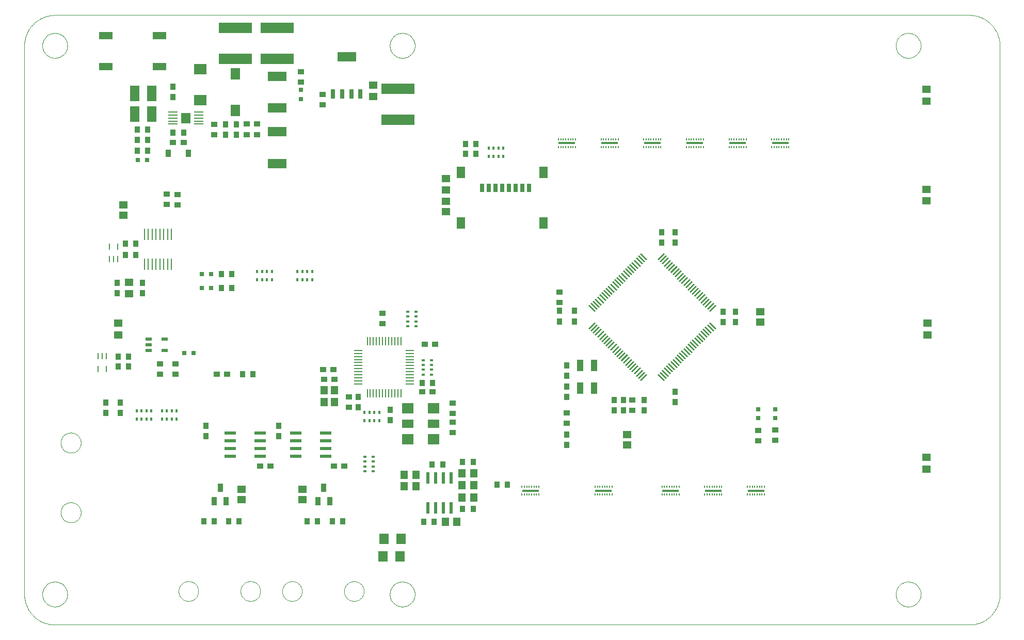
<source format=gtp>
G75*
%MOIN*%
%OFA0B0*%
%FSLAX24Y24*%
%IPPOS*%
%LPD*%
%AMOC8*
5,1,8,0,0,1.08239X$1,22.5*
%
%ADD10C,0.0000*%
%ADD11R,0.0405X0.0366*%
%ADD12R,0.0287X0.0287*%
%ADD13R,0.0366X0.0405*%
%ADD14R,0.0563X0.0484*%
%ADD15R,0.0080X0.0560*%
%ADD16R,0.0560X0.0080*%
%ADD17R,0.0567X0.0094*%
%ADD18R,0.0094X0.0567*%
%ADD19R,0.0563X0.0110*%
%ADD20R,0.0228X0.0169*%
%ADD21R,0.0169X0.0228*%
%ADD22R,0.0759X0.0681*%
%ADD23R,0.0759X0.0523*%
%ADD24R,0.0112X0.0752*%
%ADD25R,0.0752X0.0192*%
%ADD26R,0.1212X0.0641*%
%ADD27R,0.0405X0.0720*%
%ADD28R,0.0588X0.0088*%
%ADD29R,0.0592X0.0712*%
%ADD30R,0.2137X0.0700*%
%ADD31R,0.0641X0.0759*%
%ADD32R,0.0602X0.1035*%
%ADD33R,0.0302X0.0602*%
%ADD34R,0.1192X0.0602*%
%ADD35R,0.0838X0.0681*%
%ADD36R,0.0063X0.0181*%
%ADD37R,0.1074X0.0129*%
%ADD38R,0.0484X0.0563*%
%ADD39R,0.0192X0.0752*%
%ADD40R,0.0852X0.0462*%
%ADD41R,0.0112X0.0432*%
%ADD42R,0.0366X0.0523*%
%ADD43R,0.0602X0.0681*%
%ADD44R,0.0287X0.0563*%
%ADD45R,0.0543X0.0759*%
%ADD46R,0.0444X0.0189*%
%ADD47R,0.0330X0.0452*%
D10*
X020795Y017886D02*
X079850Y017886D01*
X079850Y017885D02*
X079936Y017887D01*
X080022Y017892D01*
X080107Y017902D01*
X080192Y017915D01*
X080276Y017932D01*
X080360Y017952D01*
X080442Y017976D01*
X080523Y018004D01*
X080604Y018035D01*
X080682Y018069D01*
X080759Y018107D01*
X080835Y018149D01*
X080908Y018193D01*
X080979Y018241D01*
X081049Y018292D01*
X081116Y018346D01*
X081180Y018402D01*
X081242Y018462D01*
X081302Y018524D01*
X081358Y018588D01*
X081412Y018655D01*
X081463Y018725D01*
X081511Y018796D01*
X081555Y018869D01*
X081597Y018945D01*
X081635Y019022D01*
X081669Y019100D01*
X081700Y019181D01*
X081728Y019262D01*
X081752Y019344D01*
X081772Y019428D01*
X081789Y019512D01*
X081802Y019597D01*
X081812Y019682D01*
X081817Y019768D01*
X081819Y019854D01*
X081819Y055287D01*
X081817Y055373D01*
X081812Y055459D01*
X081802Y055544D01*
X081789Y055629D01*
X081772Y055713D01*
X081752Y055797D01*
X081728Y055879D01*
X081700Y055960D01*
X081669Y056041D01*
X081635Y056119D01*
X081597Y056196D01*
X081555Y056272D01*
X081511Y056345D01*
X081463Y056416D01*
X081412Y056486D01*
X081358Y056553D01*
X081302Y056617D01*
X081242Y056679D01*
X081180Y056739D01*
X081116Y056795D01*
X081049Y056849D01*
X080979Y056900D01*
X080908Y056948D01*
X080835Y056992D01*
X080759Y057034D01*
X080682Y057072D01*
X080604Y057106D01*
X080523Y057137D01*
X080442Y057165D01*
X080360Y057189D01*
X080276Y057209D01*
X080192Y057226D01*
X080107Y057239D01*
X080022Y057249D01*
X079936Y057254D01*
X079850Y057256D01*
X020795Y057256D01*
X019988Y055287D02*
X019990Y055343D01*
X019996Y055399D01*
X020006Y055455D01*
X020019Y055509D01*
X020037Y055563D01*
X020058Y055615D01*
X020082Y055666D01*
X020111Y055715D01*
X020142Y055761D01*
X020177Y055806D01*
X020214Y055848D01*
X020255Y055887D01*
X020298Y055923D01*
X020344Y055956D01*
X020391Y055986D01*
X020441Y056012D01*
X020493Y056035D01*
X020546Y056055D01*
X020600Y056070D01*
X020655Y056082D01*
X020711Y056090D01*
X020767Y056094D01*
X020823Y056094D01*
X020879Y056090D01*
X020935Y056082D01*
X020990Y056070D01*
X021044Y056055D01*
X021097Y056035D01*
X021149Y056012D01*
X021198Y055986D01*
X021246Y055956D01*
X021292Y055923D01*
X021335Y055887D01*
X021376Y055848D01*
X021413Y055806D01*
X021448Y055761D01*
X021479Y055715D01*
X021508Y055666D01*
X021532Y055615D01*
X021553Y055563D01*
X021571Y055509D01*
X021584Y055455D01*
X021594Y055399D01*
X021600Y055343D01*
X021602Y055287D01*
X021600Y055231D01*
X021594Y055175D01*
X021584Y055119D01*
X021571Y055065D01*
X021553Y055011D01*
X021532Y054959D01*
X021508Y054908D01*
X021479Y054859D01*
X021448Y054813D01*
X021413Y054768D01*
X021376Y054726D01*
X021335Y054687D01*
X021292Y054651D01*
X021246Y054618D01*
X021199Y054588D01*
X021149Y054562D01*
X021097Y054539D01*
X021044Y054519D01*
X020990Y054504D01*
X020935Y054492D01*
X020879Y054484D01*
X020823Y054480D01*
X020767Y054480D01*
X020711Y054484D01*
X020655Y054492D01*
X020600Y054504D01*
X020546Y054519D01*
X020493Y054539D01*
X020441Y054562D01*
X020391Y054588D01*
X020344Y054618D01*
X020298Y054651D01*
X020255Y054687D01*
X020214Y054726D01*
X020177Y054768D01*
X020142Y054813D01*
X020111Y054859D01*
X020082Y054908D01*
X020058Y054959D01*
X020037Y055011D01*
X020019Y055065D01*
X020006Y055119D01*
X019996Y055175D01*
X019990Y055231D01*
X019988Y055287D01*
X018826Y055287D02*
X018828Y055373D01*
X018833Y055459D01*
X018843Y055544D01*
X018856Y055629D01*
X018873Y055713D01*
X018893Y055797D01*
X018917Y055879D01*
X018945Y055960D01*
X018976Y056041D01*
X019010Y056119D01*
X019048Y056196D01*
X019090Y056272D01*
X019134Y056345D01*
X019182Y056416D01*
X019233Y056486D01*
X019287Y056553D01*
X019343Y056617D01*
X019403Y056679D01*
X019465Y056739D01*
X019529Y056795D01*
X019596Y056849D01*
X019666Y056900D01*
X019737Y056948D01*
X019811Y056992D01*
X019886Y057034D01*
X019963Y057072D01*
X020041Y057106D01*
X020122Y057137D01*
X020203Y057165D01*
X020285Y057189D01*
X020369Y057209D01*
X020453Y057226D01*
X020538Y057239D01*
X020623Y057249D01*
X020709Y057254D01*
X020795Y057256D01*
X018827Y055287D02*
X018827Y019854D01*
X019988Y019854D02*
X019990Y019910D01*
X019996Y019966D01*
X020006Y020022D01*
X020019Y020076D01*
X020037Y020130D01*
X020058Y020182D01*
X020082Y020233D01*
X020111Y020282D01*
X020142Y020328D01*
X020177Y020373D01*
X020214Y020415D01*
X020255Y020454D01*
X020298Y020490D01*
X020344Y020523D01*
X020391Y020553D01*
X020441Y020579D01*
X020493Y020602D01*
X020546Y020622D01*
X020600Y020637D01*
X020655Y020649D01*
X020711Y020657D01*
X020767Y020661D01*
X020823Y020661D01*
X020879Y020657D01*
X020935Y020649D01*
X020990Y020637D01*
X021044Y020622D01*
X021097Y020602D01*
X021149Y020579D01*
X021198Y020553D01*
X021246Y020523D01*
X021292Y020490D01*
X021335Y020454D01*
X021376Y020415D01*
X021413Y020373D01*
X021448Y020328D01*
X021479Y020282D01*
X021508Y020233D01*
X021532Y020182D01*
X021553Y020130D01*
X021571Y020076D01*
X021584Y020022D01*
X021594Y019966D01*
X021600Y019910D01*
X021602Y019854D01*
X021600Y019798D01*
X021594Y019742D01*
X021584Y019686D01*
X021571Y019632D01*
X021553Y019578D01*
X021532Y019526D01*
X021508Y019475D01*
X021479Y019426D01*
X021448Y019380D01*
X021413Y019335D01*
X021376Y019293D01*
X021335Y019254D01*
X021292Y019218D01*
X021246Y019185D01*
X021199Y019155D01*
X021149Y019129D01*
X021097Y019106D01*
X021044Y019086D01*
X020990Y019071D01*
X020935Y019059D01*
X020879Y019051D01*
X020823Y019047D01*
X020767Y019047D01*
X020711Y019051D01*
X020655Y019059D01*
X020600Y019071D01*
X020546Y019086D01*
X020493Y019106D01*
X020441Y019129D01*
X020391Y019155D01*
X020344Y019185D01*
X020298Y019218D01*
X020255Y019254D01*
X020214Y019293D01*
X020177Y019335D01*
X020142Y019380D01*
X020111Y019426D01*
X020082Y019475D01*
X020058Y019526D01*
X020037Y019578D01*
X020019Y019632D01*
X020006Y019686D01*
X019996Y019742D01*
X019990Y019798D01*
X019988Y019854D01*
X018826Y019854D02*
X018828Y019768D01*
X018833Y019682D01*
X018843Y019597D01*
X018856Y019512D01*
X018873Y019428D01*
X018893Y019344D01*
X018917Y019262D01*
X018945Y019181D01*
X018976Y019100D01*
X019010Y019022D01*
X019048Y018945D01*
X019090Y018870D01*
X019134Y018796D01*
X019182Y018725D01*
X019233Y018655D01*
X019287Y018588D01*
X019343Y018524D01*
X019403Y018462D01*
X019465Y018402D01*
X019529Y018346D01*
X019596Y018292D01*
X019666Y018241D01*
X019737Y018193D01*
X019810Y018149D01*
X019886Y018107D01*
X019963Y018069D01*
X020041Y018035D01*
X020122Y018004D01*
X020203Y017976D01*
X020285Y017952D01*
X020369Y017932D01*
X020453Y017915D01*
X020538Y017902D01*
X020623Y017892D01*
X020709Y017887D01*
X020795Y017885D01*
X028785Y020051D02*
X028787Y020101D01*
X028793Y020151D01*
X028803Y020200D01*
X028816Y020249D01*
X028834Y020296D01*
X028855Y020342D01*
X028879Y020385D01*
X028907Y020427D01*
X028938Y020467D01*
X028972Y020504D01*
X029009Y020538D01*
X029049Y020569D01*
X029091Y020597D01*
X029134Y020621D01*
X029180Y020642D01*
X029227Y020660D01*
X029276Y020673D01*
X029325Y020683D01*
X029375Y020689D01*
X029425Y020691D01*
X029475Y020689D01*
X029525Y020683D01*
X029574Y020673D01*
X029623Y020660D01*
X029670Y020642D01*
X029716Y020621D01*
X029759Y020597D01*
X029801Y020569D01*
X029841Y020538D01*
X029878Y020504D01*
X029912Y020467D01*
X029943Y020427D01*
X029971Y020385D01*
X029995Y020342D01*
X030016Y020296D01*
X030034Y020249D01*
X030047Y020200D01*
X030057Y020151D01*
X030063Y020101D01*
X030065Y020051D01*
X030063Y020001D01*
X030057Y019951D01*
X030047Y019902D01*
X030034Y019853D01*
X030016Y019806D01*
X029995Y019760D01*
X029971Y019717D01*
X029943Y019675D01*
X029912Y019635D01*
X029878Y019598D01*
X029841Y019564D01*
X029801Y019533D01*
X029759Y019505D01*
X029716Y019481D01*
X029670Y019460D01*
X029623Y019442D01*
X029574Y019429D01*
X029525Y019419D01*
X029475Y019413D01*
X029425Y019411D01*
X029375Y019413D01*
X029325Y019419D01*
X029276Y019429D01*
X029227Y019442D01*
X029180Y019460D01*
X029134Y019481D01*
X029091Y019505D01*
X029049Y019533D01*
X029009Y019564D01*
X028972Y019598D01*
X028938Y019635D01*
X028907Y019675D01*
X028879Y019717D01*
X028855Y019760D01*
X028834Y019806D01*
X028816Y019853D01*
X028803Y019902D01*
X028793Y019951D01*
X028787Y020001D01*
X028785Y020051D01*
X032785Y020051D02*
X032787Y020101D01*
X032793Y020151D01*
X032803Y020200D01*
X032816Y020249D01*
X032834Y020296D01*
X032855Y020342D01*
X032879Y020385D01*
X032907Y020427D01*
X032938Y020467D01*
X032972Y020504D01*
X033009Y020538D01*
X033049Y020569D01*
X033091Y020597D01*
X033134Y020621D01*
X033180Y020642D01*
X033227Y020660D01*
X033276Y020673D01*
X033325Y020683D01*
X033375Y020689D01*
X033425Y020691D01*
X033475Y020689D01*
X033525Y020683D01*
X033574Y020673D01*
X033623Y020660D01*
X033670Y020642D01*
X033716Y020621D01*
X033759Y020597D01*
X033801Y020569D01*
X033841Y020538D01*
X033878Y020504D01*
X033912Y020467D01*
X033943Y020427D01*
X033971Y020385D01*
X033995Y020342D01*
X034016Y020296D01*
X034034Y020249D01*
X034047Y020200D01*
X034057Y020151D01*
X034063Y020101D01*
X034065Y020051D01*
X034063Y020001D01*
X034057Y019951D01*
X034047Y019902D01*
X034034Y019853D01*
X034016Y019806D01*
X033995Y019760D01*
X033971Y019717D01*
X033943Y019675D01*
X033912Y019635D01*
X033878Y019598D01*
X033841Y019564D01*
X033801Y019533D01*
X033759Y019505D01*
X033716Y019481D01*
X033670Y019460D01*
X033623Y019442D01*
X033574Y019429D01*
X033525Y019419D01*
X033475Y019413D01*
X033425Y019411D01*
X033375Y019413D01*
X033325Y019419D01*
X033276Y019429D01*
X033227Y019442D01*
X033180Y019460D01*
X033134Y019481D01*
X033091Y019505D01*
X033049Y019533D01*
X033009Y019564D01*
X032972Y019598D01*
X032938Y019635D01*
X032907Y019675D01*
X032879Y019717D01*
X032855Y019760D01*
X032834Y019806D01*
X032816Y019853D01*
X032803Y019902D01*
X032793Y019951D01*
X032787Y020001D01*
X032785Y020051D01*
X035478Y020051D02*
X035480Y020101D01*
X035486Y020151D01*
X035496Y020200D01*
X035509Y020249D01*
X035527Y020296D01*
X035548Y020342D01*
X035572Y020385D01*
X035600Y020427D01*
X035631Y020467D01*
X035665Y020504D01*
X035702Y020538D01*
X035742Y020569D01*
X035784Y020597D01*
X035827Y020621D01*
X035873Y020642D01*
X035920Y020660D01*
X035969Y020673D01*
X036018Y020683D01*
X036068Y020689D01*
X036118Y020691D01*
X036168Y020689D01*
X036218Y020683D01*
X036267Y020673D01*
X036316Y020660D01*
X036363Y020642D01*
X036409Y020621D01*
X036452Y020597D01*
X036494Y020569D01*
X036534Y020538D01*
X036571Y020504D01*
X036605Y020467D01*
X036636Y020427D01*
X036664Y020385D01*
X036688Y020342D01*
X036709Y020296D01*
X036727Y020249D01*
X036740Y020200D01*
X036750Y020151D01*
X036756Y020101D01*
X036758Y020051D01*
X036756Y020001D01*
X036750Y019951D01*
X036740Y019902D01*
X036727Y019853D01*
X036709Y019806D01*
X036688Y019760D01*
X036664Y019717D01*
X036636Y019675D01*
X036605Y019635D01*
X036571Y019598D01*
X036534Y019564D01*
X036494Y019533D01*
X036452Y019505D01*
X036409Y019481D01*
X036363Y019460D01*
X036316Y019442D01*
X036267Y019429D01*
X036218Y019419D01*
X036168Y019413D01*
X036118Y019411D01*
X036068Y019413D01*
X036018Y019419D01*
X035969Y019429D01*
X035920Y019442D01*
X035873Y019460D01*
X035827Y019481D01*
X035784Y019505D01*
X035742Y019533D01*
X035702Y019564D01*
X035665Y019598D01*
X035631Y019635D01*
X035600Y019675D01*
X035572Y019717D01*
X035548Y019760D01*
X035527Y019806D01*
X035509Y019853D01*
X035496Y019902D01*
X035486Y019951D01*
X035480Y020001D01*
X035478Y020051D01*
X039478Y020051D02*
X039480Y020101D01*
X039486Y020151D01*
X039496Y020200D01*
X039509Y020249D01*
X039527Y020296D01*
X039548Y020342D01*
X039572Y020385D01*
X039600Y020427D01*
X039631Y020467D01*
X039665Y020504D01*
X039702Y020538D01*
X039742Y020569D01*
X039784Y020597D01*
X039827Y020621D01*
X039873Y020642D01*
X039920Y020660D01*
X039969Y020673D01*
X040018Y020683D01*
X040068Y020689D01*
X040118Y020691D01*
X040168Y020689D01*
X040218Y020683D01*
X040267Y020673D01*
X040316Y020660D01*
X040363Y020642D01*
X040409Y020621D01*
X040452Y020597D01*
X040494Y020569D01*
X040534Y020538D01*
X040571Y020504D01*
X040605Y020467D01*
X040636Y020427D01*
X040664Y020385D01*
X040688Y020342D01*
X040709Y020296D01*
X040727Y020249D01*
X040740Y020200D01*
X040750Y020151D01*
X040756Y020101D01*
X040758Y020051D01*
X040756Y020001D01*
X040750Y019951D01*
X040740Y019902D01*
X040727Y019853D01*
X040709Y019806D01*
X040688Y019760D01*
X040664Y019717D01*
X040636Y019675D01*
X040605Y019635D01*
X040571Y019598D01*
X040534Y019564D01*
X040494Y019533D01*
X040452Y019505D01*
X040409Y019481D01*
X040363Y019460D01*
X040316Y019442D01*
X040267Y019429D01*
X040218Y019419D01*
X040168Y019413D01*
X040118Y019411D01*
X040068Y019413D01*
X040018Y019419D01*
X039969Y019429D01*
X039920Y019442D01*
X039873Y019460D01*
X039827Y019481D01*
X039784Y019505D01*
X039742Y019533D01*
X039702Y019564D01*
X039665Y019598D01*
X039631Y019635D01*
X039600Y019675D01*
X039572Y019717D01*
X039548Y019760D01*
X039527Y019806D01*
X039509Y019853D01*
X039496Y019902D01*
X039486Y019951D01*
X039480Y020001D01*
X039478Y020051D01*
X042429Y019854D02*
X042431Y019910D01*
X042437Y019966D01*
X042447Y020022D01*
X042460Y020076D01*
X042478Y020130D01*
X042499Y020182D01*
X042523Y020233D01*
X042552Y020282D01*
X042583Y020328D01*
X042618Y020373D01*
X042655Y020415D01*
X042696Y020454D01*
X042739Y020490D01*
X042785Y020523D01*
X042832Y020553D01*
X042882Y020579D01*
X042934Y020602D01*
X042987Y020622D01*
X043041Y020637D01*
X043096Y020649D01*
X043152Y020657D01*
X043208Y020661D01*
X043264Y020661D01*
X043320Y020657D01*
X043376Y020649D01*
X043431Y020637D01*
X043485Y020622D01*
X043538Y020602D01*
X043590Y020579D01*
X043639Y020553D01*
X043687Y020523D01*
X043733Y020490D01*
X043776Y020454D01*
X043817Y020415D01*
X043854Y020373D01*
X043889Y020328D01*
X043920Y020282D01*
X043949Y020233D01*
X043973Y020182D01*
X043994Y020130D01*
X044012Y020076D01*
X044025Y020022D01*
X044035Y019966D01*
X044041Y019910D01*
X044043Y019854D01*
X044041Y019798D01*
X044035Y019742D01*
X044025Y019686D01*
X044012Y019632D01*
X043994Y019578D01*
X043973Y019526D01*
X043949Y019475D01*
X043920Y019426D01*
X043889Y019380D01*
X043854Y019335D01*
X043817Y019293D01*
X043776Y019254D01*
X043733Y019218D01*
X043687Y019185D01*
X043640Y019155D01*
X043590Y019129D01*
X043538Y019106D01*
X043485Y019086D01*
X043431Y019071D01*
X043376Y019059D01*
X043320Y019051D01*
X043264Y019047D01*
X043208Y019047D01*
X043152Y019051D01*
X043096Y019059D01*
X043041Y019071D01*
X042987Y019086D01*
X042934Y019106D01*
X042882Y019129D01*
X042832Y019155D01*
X042785Y019185D01*
X042739Y019218D01*
X042696Y019254D01*
X042655Y019293D01*
X042618Y019335D01*
X042583Y019380D01*
X042552Y019426D01*
X042523Y019475D01*
X042499Y019526D01*
X042478Y019578D01*
X042460Y019632D01*
X042447Y019686D01*
X042437Y019742D01*
X042431Y019798D01*
X042429Y019854D01*
X021177Y025136D02*
X021179Y025186D01*
X021185Y025236D01*
X021195Y025286D01*
X021208Y025334D01*
X021225Y025382D01*
X021246Y025428D01*
X021270Y025472D01*
X021298Y025514D01*
X021329Y025554D01*
X021363Y025591D01*
X021400Y025626D01*
X021439Y025657D01*
X021480Y025686D01*
X021524Y025711D01*
X021570Y025733D01*
X021617Y025751D01*
X021665Y025765D01*
X021714Y025776D01*
X021764Y025783D01*
X021814Y025786D01*
X021865Y025785D01*
X021915Y025780D01*
X021965Y025771D01*
X022013Y025759D01*
X022061Y025742D01*
X022107Y025722D01*
X022152Y025699D01*
X022195Y025672D01*
X022235Y025642D01*
X022273Y025609D01*
X022308Y025573D01*
X022341Y025534D01*
X022370Y025493D01*
X022396Y025450D01*
X022419Y025405D01*
X022438Y025358D01*
X022453Y025310D01*
X022465Y025261D01*
X022473Y025211D01*
X022477Y025161D01*
X022477Y025111D01*
X022473Y025061D01*
X022465Y025011D01*
X022453Y024962D01*
X022438Y024914D01*
X022419Y024867D01*
X022396Y024822D01*
X022370Y024779D01*
X022341Y024738D01*
X022308Y024699D01*
X022273Y024663D01*
X022235Y024630D01*
X022195Y024600D01*
X022152Y024573D01*
X022107Y024550D01*
X022061Y024530D01*
X022013Y024513D01*
X021965Y024501D01*
X021915Y024492D01*
X021865Y024487D01*
X021814Y024486D01*
X021764Y024489D01*
X021714Y024496D01*
X021665Y024507D01*
X021617Y024521D01*
X021570Y024539D01*
X021524Y024561D01*
X021480Y024586D01*
X021439Y024615D01*
X021400Y024646D01*
X021363Y024681D01*
X021329Y024718D01*
X021298Y024758D01*
X021270Y024800D01*
X021246Y024844D01*
X021225Y024890D01*
X021208Y024938D01*
X021195Y024986D01*
X021185Y025036D01*
X021179Y025086D01*
X021177Y025136D01*
X021177Y029636D02*
X021179Y029686D01*
X021185Y029736D01*
X021195Y029786D01*
X021208Y029834D01*
X021225Y029882D01*
X021246Y029928D01*
X021270Y029972D01*
X021298Y030014D01*
X021329Y030054D01*
X021363Y030091D01*
X021400Y030126D01*
X021439Y030157D01*
X021480Y030186D01*
X021524Y030211D01*
X021570Y030233D01*
X021617Y030251D01*
X021665Y030265D01*
X021714Y030276D01*
X021764Y030283D01*
X021814Y030286D01*
X021865Y030285D01*
X021915Y030280D01*
X021965Y030271D01*
X022013Y030259D01*
X022061Y030242D01*
X022107Y030222D01*
X022152Y030199D01*
X022195Y030172D01*
X022235Y030142D01*
X022273Y030109D01*
X022308Y030073D01*
X022341Y030034D01*
X022370Y029993D01*
X022396Y029950D01*
X022419Y029905D01*
X022438Y029858D01*
X022453Y029810D01*
X022465Y029761D01*
X022473Y029711D01*
X022477Y029661D01*
X022477Y029611D01*
X022473Y029561D01*
X022465Y029511D01*
X022453Y029462D01*
X022438Y029414D01*
X022419Y029367D01*
X022396Y029322D01*
X022370Y029279D01*
X022341Y029238D01*
X022308Y029199D01*
X022273Y029163D01*
X022235Y029130D01*
X022195Y029100D01*
X022152Y029073D01*
X022107Y029050D01*
X022061Y029030D01*
X022013Y029013D01*
X021965Y029001D01*
X021915Y028992D01*
X021865Y028987D01*
X021814Y028986D01*
X021764Y028989D01*
X021714Y028996D01*
X021665Y029007D01*
X021617Y029021D01*
X021570Y029039D01*
X021524Y029061D01*
X021480Y029086D01*
X021439Y029115D01*
X021400Y029146D01*
X021363Y029181D01*
X021329Y029218D01*
X021298Y029258D01*
X021270Y029300D01*
X021246Y029344D01*
X021225Y029390D01*
X021208Y029438D01*
X021195Y029486D01*
X021185Y029536D01*
X021179Y029586D01*
X021177Y029636D01*
X042429Y055287D02*
X042431Y055343D01*
X042437Y055399D01*
X042447Y055455D01*
X042460Y055509D01*
X042478Y055563D01*
X042499Y055615D01*
X042523Y055666D01*
X042552Y055715D01*
X042583Y055761D01*
X042618Y055806D01*
X042655Y055848D01*
X042696Y055887D01*
X042739Y055923D01*
X042785Y055956D01*
X042832Y055986D01*
X042882Y056012D01*
X042934Y056035D01*
X042987Y056055D01*
X043041Y056070D01*
X043096Y056082D01*
X043152Y056090D01*
X043208Y056094D01*
X043264Y056094D01*
X043320Y056090D01*
X043376Y056082D01*
X043431Y056070D01*
X043485Y056055D01*
X043538Y056035D01*
X043590Y056012D01*
X043639Y055986D01*
X043687Y055956D01*
X043733Y055923D01*
X043776Y055887D01*
X043817Y055848D01*
X043854Y055806D01*
X043889Y055761D01*
X043920Y055715D01*
X043949Y055666D01*
X043973Y055615D01*
X043994Y055563D01*
X044012Y055509D01*
X044025Y055455D01*
X044035Y055399D01*
X044041Y055343D01*
X044043Y055287D01*
X044041Y055231D01*
X044035Y055175D01*
X044025Y055119D01*
X044012Y055065D01*
X043994Y055011D01*
X043973Y054959D01*
X043949Y054908D01*
X043920Y054859D01*
X043889Y054813D01*
X043854Y054768D01*
X043817Y054726D01*
X043776Y054687D01*
X043733Y054651D01*
X043687Y054618D01*
X043640Y054588D01*
X043590Y054562D01*
X043538Y054539D01*
X043485Y054519D01*
X043431Y054504D01*
X043376Y054492D01*
X043320Y054484D01*
X043264Y054480D01*
X043208Y054480D01*
X043152Y054484D01*
X043096Y054492D01*
X043041Y054504D01*
X042987Y054519D01*
X042934Y054539D01*
X042882Y054562D01*
X042832Y054588D01*
X042785Y054618D01*
X042739Y054651D01*
X042696Y054687D01*
X042655Y054726D01*
X042618Y054768D01*
X042583Y054813D01*
X042552Y054859D01*
X042523Y054908D01*
X042499Y054959D01*
X042478Y055011D01*
X042460Y055065D01*
X042447Y055119D01*
X042437Y055175D01*
X042431Y055231D01*
X042429Y055287D01*
X075106Y055287D02*
X075108Y055343D01*
X075114Y055399D01*
X075124Y055455D01*
X075137Y055509D01*
X075155Y055563D01*
X075176Y055615D01*
X075200Y055666D01*
X075229Y055715D01*
X075260Y055761D01*
X075295Y055806D01*
X075332Y055848D01*
X075373Y055887D01*
X075416Y055923D01*
X075462Y055956D01*
X075509Y055986D01*
X075559Y056012D01*
X075611Y056035D01*
X075664Y056055D01*
X075718Y056070D01*
X075773Y056082D01*
X075829Y056090D01*
X075885Y056094D01*
X075941Y056094D01*
X075997Y056090D01*
X076053Y056082D01*
X076108Y056070D01*
X076162Y056055D01*
X076215Y056035D01*
X076267Y056012D01*
X076316Y055986D01*
X076364Y055956D01*
X076410Y055923D01*
X076453Y055887D01*
X076494Y055848D01*
X076531Y055806D01*
X076566Y055761D01*
X076597Y055715D01*
X076626Y055666D01*
X076650Y055615D01*
X076671Y055563D01*
X076689Y055509D01*
X076702Y055455D01*
X076712Y055399D01*
X076718Y055343D01*
X076720Y055287D01*
X076718Y055231D01*
X076712Y055175D01*
X076702Y055119D01*
X076689Y055065D01*
X076671Y055011D01*
X076650Y054959D01*
X076626Y054908D01*
X076597Y054859D01*
X076566Y054813D01*
X076531Y054768D01*
X076494Y054726D01*
X076453Y054687D01*
X076410Y054651D01*
X076364Y054618D01*
X076317Y054588D01*
X076267Y054562D01*
X076215Y054539D01*
X076162Y054519D01*
X076108Y054504D01*
X076053Y054492D01*
X075997Y054484D01*
X075941Y054480D01*
X075885Y054480D01*
X075829Y054484D01*
X075773Y054492D01*
X075718Y054504D01*
X075664Y054519D01*
X075611Y054539D01*
X075559Y054562D01*
X075509Y054588D01*
X075462Y054618D01*
X075416Y054651D01*
X075373Y054687D01*
X075332Y054726D01*
X075295Y054768D01*
X075260Y054813D01*
X075229Y054859D01*
X075200Y054908D01*
X075176Y054959D01*
X075155Y055011D01*
X075137Y055065D01*
X075124Y055119D01*
X075114Y055175D01*
X075108Y055231D01*
X075106Y055287D01*
X075106Y019854D02*
X075108Y019910D01*
X075114Y019966D01*
X075124Y020022D01*
X075137Y020076D01*
X075155Y020130D01*
X075176Y020182D01*
X075200Y020233D01*
X075229Y020282D01*
X075260Y020328D01*
X075295Y020373D01*
X075332Y020415D01*
X075373Y020454D01*
X075416Y020490D01*
X075462Y020523D01*
X075509Y020553D01*
X075559Y020579D01*
X075611Y020602D01*
X075664Y020622D01*
X075718Y020637D01*
X075773Y020649D01*
X075829Y020657D01*
X075885Y020661D01*
X075941Y020661D01*
X075997Y020657D01*
X076053Y020649D01*
X076108Y020637D01*
X076162Y020622D01*
X076215Y020602D01*
X076267Y020579D01*
X076316Y020553D01*
X076364Y020523D01*
X076410Y020490D01*
X076453Y020454D01*
X076494Y020415D01*
X076531Y020373D01*
X076566Y020328D01*
X076597Y020282D01*
X076626Y020233D01*
X076650Y020182D01*
X076671Y020130D01*
X076689Y020076D01*
X076702Y020022D01*
X076712Y019966D01*
X076718Y019910D01*
X076720Y019854D01*
X076718Y019798D01*
X076712Y019742D01*
X076702Y019686D01*
X076689Y019632D01*
X076671Y019578D01*
X076650Y019526D01*
X076626Y019475D01*
X076597Y019426D01*
X076566Y019380D01*
X076531Y019335D01*
X076494Y019293D01*
X076453Y019254D01*
X076410Y019218D01*
X076364Y019185D01*
X076317Y019155D01*
X076267Y019129D01*
X076215Y019106D01*
X076162Y019086D01*
X076108Y019071D01*
X076053Y019059D01*
X075997Y019051D01*
X075941Y019047D01*
X075885Y019047D01*
X075829Y019051D01*
X075773Y019059D01*
X075718Y019071D01*
X075664Y019086D01*
X075611Y019106D01*
X075559Y019129D01*
X075509Y019155D01*
X075462Y019185D01*
X075416Y019218D01*
X075373Y019254D01*
X075332Y019293D01*
X075295Y019335D01*
X075260Y019380D01*
X075229Y019426D01*
X075200Y019475D01*
X075176Y019526D01*
X075155Y019578D01*
X075137Y019632D01*
X075124Y019686D01*
X075114Y019742D01*
X075108Y019798D01*
X075106Y019854D01*
D11*
X066219Y029756D03*
X066219Y030425D03*
X067301Y030474D03*
X067301Y029805D03*
X058098Y031724D03*
X058098Y032394D03*
X053866Y031557D03*
X053866Y030888D03*
X046484Y030967D03*
X046484Y031528D03*
X046484Y032197D03*
X045195Y032945D03*
X044526Y032945D03*
X044673Y035996D03*
X045343Y035996D03*
X041957Y037335D03*
X041957Y038004D03*
X038797Y034372D03*
X038846Y033732D03*
X038177Y033732D03*
X038128Y034372D03*
X039791Y032591D03*
X039791Y031921D03*
X039486Y028122D03*
X038817Y028122D03*
X034713Y028122D03*
X034043Y028122D03*
X031907Y034077D03*
X031238Y034077D03*
X028577Y034051D03*
X028577Y034720D03*
X027577Y034720D03*
X027577Y034051D03*
X028024Y045018D03*
X028024Y045687D03*
X028719Y045681D03*
X028719Y045012D03*
X028433Y049037D03*
X029102Y049037D03*
X031081Y049539D03*
X031081Y050209D03*
X033193Y050219D03*
X033844Y050219D03*
X033844Y049549D03*
X033193Y049549D03*
X038069Y051459D03*
X038069Y052128D03*
X036691Y052935D03*
X036691Y053604D03*
X053374Y039382D03*
X053374Y038713D03*
X046484Y030297D03*
D12*
X030879Y039640D03*
X030289Y039640D03*
X030289Y040538D03*
X030879Y040538D03*
X029754Y035436D03*
X029163Y035436D03*
X026750Y047906D03*
X026159Y047906D03*
X036691Y051843D03*
X036691Y052433D03*
X066219Y031813D03*
X066219Y031222D03*
X067301Y031222D03*
X067301Y031813D03*
D13*
X060854Y032266D03*
X060854Y032935D03*
X058837Y032394D03*
X058837Y031724D03*
X057508Y031724D03*
X056917Y031724D03*
X056917Y032394D03*
X057508Y032394D03*
X053866Y032610D03*
X053866Y033280D03*
X053849Y033975D03*
X053849Y034644D03*
X053374Y037482D03*
X053374Y038152D03*
X054358Y038152D03*
X054358Y037482D03*
X059969Y042551D03*
X059969Y043220D03*
X060854Y043220D03*
X060854Y042551D03*
X063955Y038102D03*
X063955Y037433D03*
X064742Y037433D03*
X064742Y038102D03*
X053866Y030179D03*
X053866Y029510D03*
X050018Y026929D03*
X049348Y026929D03*
X047803Y028417D03*
X047134Y028417D03*
X045835Y028220D03*
X045165Y028220D03*
X047134Y025366D03*
X047803Y025366D03*
X045293Y024530D03*
X044624Y024530D03*
X039388Y024579D03*
X038719Y024579D03*
X037764Y024579D03*
X037094Y024579D03*
X032695Y024579D03*
X032026Y024579D03*
X031071Y024579D03*
X030402Y024579D03*
X030539Y030051D03*
X030539Y030720D03*
X032911Y034077D03*
X033581Y034077D03*
X035264Y030720D03*
X035264Y030051D03*
X040382Y031921D03*
X040382Y032591D03*
X042449Y031754D03*
X042449Y031085D03*
X044526Y033486D03*
X045195Y033486D03*
X032219Y039640D03*
X031549Y039640D03*
X031549Y040538D03*
X032219Y040538D03*
X026455Y039972D03*
X026455Y039303D03*
X024831Y039303D03*
X024831Y039972D03*
X025359Y041761D03*
X026029Y041761D03*
X026029Y042511D03*
X025359Y042511D03*
X026120Y048496D03*
X026789Y048496D03*
X026789Y049185D03*
X026120Y049185D03*
X026120Y049874D03*
X026789Y049874D03*
X028433Y049677D03*
X029102Y049677D03*
X031819Y049539D03*
X031819Y050209D03*
X032508Y050209D03*
X032508Y049539D03*
X028423Y051951D03*
X028423Y052620D03*
X047331Y048939D03*
X047331Y048299D03*
X048000Y048299D03*
X048000Y048939D03*
X025551Y035189D03*
X025551Y034575D03*
X024882Y034575D03*
X024882Y035189D03*
X025028Y032246D03*
X025028Y031577D03*
X024093Y031577D03*
X024093Y032246D03*
D14*
X024880Y036606D03*
X024880Y037354D03*
X025569Y039264D03*
X025569Y040012D03*
X025224Y044323D03*
X025224Y044992D03*
X041343Y051986D03*
X041343Y052734D03*
X046041Y046705D03*
X046041Y045957D03*
X046041Y045238D03*
X046041Y044569D03*
X057754Y030179D03*
X057754Y029510D03*
X066366Y037433D03*
X066366Y038102D03*
X077144Y037354D03*
X077144Y036606D03*
X077094Y028693D03*
X077094Y027945D03*
X077094Y045268D03*
X077094Y046016D03*
X077094Y051715D03*
X077094Y052463D03*
X036789Y026636D03*
X036789Y025967D03*
X032852Y025967D03*
X032852Y026636D03*
D15*
X040975Y032850D03*
X041165Y032850D03*
X041365Y032850D03*
X041565Y032850D03*
X041755Y032850D03*
X041955Y032850D03*
X042155Y032850D03*
X042355Y032850D03*
X042545Y032850D03*
X042745Y032850D03*
X042945Y032850D03*
X043135Y032850D03*
X043135Y036190D03*
X042945Y036190D03*
X042745Y036190D03*
X042545Y036190D03*
X042355Y036190D03*
X042155Y036190D03*
X041955Y036190D03*
X041755Y036190D03*
X041565Y036190D03*
X041365Y036190D03*
X041165Y036190D03*
X040975Y036190D03*
D16*
X040385Y035600D03*
X040385Y035410D03*
X040385Y035210D03*
X040385Y035010D03*
X040385Y034820D03*
X040385Y034620D03*
X040385Y034420D03*
X040385Y034220D03*
X040385Y034030D03*
X040385Y033830D03*
X040385Y033630D03*
X040385Y033440D03*
X043725Y033440D03*
X043725Y033630D03*
X043725Y033830D03*
X043725Y034030D03*
X043725Y034220D03*
X043725Y034420D03*
X043725Y034620D03*
X043725Y034820D03*
X043725Y035010D03*
X043725Y035210D03*
X043725Y035410D03*
X043725Y035600D03*
D17*
G36*
X055714Y037377D02*
X055315Y036978D01*
X055248Y037045D01*
X055647Y037444D01*
X055714Y037377D01*
G37*
G36*
X055853Y037238D02*
X055454Y036839D01*
X055387Y036906D01*
X055786Y037305D01*
X055853Y037238D01*
G37*
G36*
X055992Y037099D02*
X055593Y036700D01*
X055526Y036767D01*
X055925Y037166D01*
X055992Y037099D01*
G37*
G36*
X056131Y036959D02*
X055732Y036560D01*
X055665Y036627D01*
X056064Y037026D01*
X056131Y036959D01*
G37*
G36*
X056270Y036820D02*
X055871Y036421D01*
X055804Y036488D01*
X056203Y036887D01*
X056270Y036820D01*
G37*
G36*
X056409Y036681D02*
X056010Y036282D01*
X055943Y036349D01*
X056342Y036748D01*
X056409Y036681D01*
G37*
G36*
X056549Y036542D02*
X056150Y036143D01*
X056083Y036210D01*
X056482Y036609D01*
X056549Y036542D01*
G37*
G36*
X056688Y036403D02*
X056289Y036004D01*
X056222Y036071D01*
X056621Y036470D01*
X056688Y036403D01*
G37*
G36*
X056827Y036263D02*
X056428Y035864D01*
X056361Y035931D01*
X056760Y036330D01*
X056827Y036263D01*
G37*
G36*
X056966Y036124D02*
X056567Y035725D01*
X056500Y035792D01*
X056899Y036191D01*
X056966Y036124D01*
G37*
G36*
X057105Y035985D02*
X056706Y035586D01*
X056639Y035653D01*
X057038Y036052D01*
X057105Y035985D01*
G37*
G36*
X057245Y035846D02*
X056846Y035447D01*
X056779Y035514D01*
X057178Y035913D01*
X057245Y035846D01*
G37*
G36*
X057384Y035707D02*
X056985Y035308D01*
X056918Y035375D01*
X057317Y035774D01*
X057384Y035707D01*
G37*
G36*
X057523Y035567D02*
X057124Y035168D01*
X057057Y035235D01*
X057456Y035634D01*
X057523Y035567D01*
G37*
G36*
X057662Y035428D02*
X057263Y035029D01*
X057196Y035096D01*
X057595Y035495D01*
X057662Y035428D01*
G37*
G36*
X057801Y035289D02*
X057402Y034890D01*
X057335Y034957D01*
X057734Y035356D01*
X057801Y035289D01*
G37*
G36*
X057941Y035150D02*
X057542Y034751D01*
X057475Y034818D01*
X057874Y035217D01*
X057941Y035150D01*
G37*
G36*
X058080Y035011D02*
X057681Y034612D01*
X057614Y034679D01*
X058013Y035078D01*
X058080Y035011D01*
G37*
G36*
X058219Y034871D02*
X057820Y034472D01*
X057753Y034539D01*
X058152Y034938D01*
X058219Y034871D01*
G37*
G36*
X058358Y034732D02*
X057959Y034333D01*
X057892Y034400D01*
X058291Y034799D01*
X058358Y034732D01*
G37*
G36*
X058497Y034593D02*
X058098Y034194D01*
X058031Y034261D01*
X058430Y034660D01*
X058497Y034593D01*
G37*
G36*
X058637Y034454D02*
X058238Y034055D01*
X058171Y034122D01*
X058570Y034521D01*
X058637Y034454D01*
G37*
G36*
X058776Y034315D02*
X058377Y033916D01*
X058310Y033983D01*
X058709Y034382D01*
X058776Y034315D01*
G37*
G36*
X058915Y034175D02*
X058516Y033776D01*
X058449Y033843D01*
X058848Y034242D01*
X058915Y034175D01*
G37*
G36*
X059054Y034036D02*
X058655Y033637D01*
X058588Y033704D01*
X058987Y034103D01*
X059054Y034036D01*
G37*
G36*
X063508Y038490D02*
X063109Y038091D01*
X063042Y038158D01*
X063441Y038557D01*
X063508Y038490D01*
G37*
G36*
X063369Y038630D02*
X062970Y038231D01*
X062903Y038298D01*
X063302Y038697D01*
X063369Y038630D01*
G37*
G36*
X063230Y038769D02*
X062831Y038370D01*
X062764Y038437D01*
X063163Y038836D01*
X063230Y038769D01*
G37*
G36*
X063091Y038908D02*
X062692Y038509D01*
X062625Y038576D01*
X063024Y038975D01*
X063091Y038908D01*
G37*
G36*
X062952Y039047D02*
X062553Y038648D01*
X062486Y038715D01*
X062885Y039114D01*
X062952Y039047D01*
G37*
G36*
X062812Y039186D02*
X062413Y038787D01*
X062346Y038854D01*
X062745Y039253D01*
X062812Y039186D01*
G37*
G36*
X062673Y039326D02*
X062274Y038927D01*
X062207Y038994D01*
X062606Y039393D01*
X062673Y039326D01*
G37*
G36*
X062534Y039465D02*
X062135Y039066D01*
X062068Y039133D01*
X062467Y039532D01*
X062534Y039465D01*
G37*
G36*
X062395Y039604D02*
X061996Y039205D01*
X061929Y039272D01*
X062328Y039671D01*
X062395Y039604D01*
G37*
G36*
X062256Y039743D02*
X061857Y039344D01*
X061790Y039411D01*
X062189Y039810D01*
X062256Y039743D01*
G37*
G36*
X062116Y039882D02*
X061717Y039483D01*
X061650Y039550D01*
X062049Y039949D01*
X062116Y039882D01*
G37*
G36*
X061977Y040022D02*
X061578Y039623D01*
X061511Y039690D01*
X061910Y040089D01*
X061977Y040022D01*
G37*
G36*
X061838Y040161D02*
X061439Y039762D01*
X061372Y039829D01*
X061771Y040228D01*
X061838Y040161D01*
G37*
G36*
X061699Y040300D02*
X061300Y039901D01*
X061233Y039968D01*
X061632Y040367D01*
X061699Y040300D01*
G37*
G36*
X061560Y040439D02*
X061161Y040040D01*
X061094Y040107D01*
X061493Y040506D01*
X061560Y040439D01*
G37*
G36*
X061420Y040578D02*
X061021Y040179D01*
X060954Y040246D01*
X061353Y040645D01*
X061420Y040578D01*
G37*
G36*
X061281Y040718D02*
X060882Y040319D01*
X060815Y040386D01*
X061214Y040785D01*
X061281Y040718D01*
G37*
G36*
X061142Y040857D02*
X060743Y040458D01*
X060676Y040525D01*
X061075Y040924D01*
X061142Y040857D01*
G37*
G36*
X060864Y041135D02*
X060465Y040736D01*
X060398Y040803D01*
X060797Y041202D01*
X060864Y041135D01*
G37*
G36*
X060725Y041274D02*
X060326Y040875D01*
X060259Y040942D01*
X060658Y041341D01*
X060725Y041274D01*
G37*
G36*
X060585Y041414D02*
X060186Y041015D01*
X060119Y041082D01*
X060518Y041481D01*
X060585Y041414D01*
G37*
G36*
X060446Y041553D02*
X060047Y041154D01*
X059980Y041221D01*
X060379Y041620D01*
X060446Y041553D01*
G37*
G36*
X060307Y041692D02*
X059908Y041293D01*
X059841Y041360D01*
X060240Y041759D01*
X060307Y041692D01*
G37*
G36*
X060168Y041831D02*
X059769Y041432D01*
X059702Y041499D01*
X060101Y041898D01*
X060168Y041831D01*
G37*
D18*
G36*
X059054Y041499D02*
X058987Y041432D01*
X058588Y041831D01*
X058655Y041898D01*
X059054Y041499D01*
G37*
G36*
X058915Y041360D02*
X058848Y041293D01*
X058449Y041692D01*
X058516Y041759D01*
X058915Y041360D01*
G37*
G36*
X058776Y041221D02*
X058709Y041154D01*
X058310Y041553D01*
X058377Y041620D01*
X058776Y041221D01*
G37*
G36*
X058637Y041082D02*
X058570Y041015D01*
X058171Y041414D01*
X058238Y041481D01*
X058637Y041082D01*
G37*
G36*
X058497Y040942D02*
X058430Y040875D01*
X058031Y041274D01*
X058098Y041341D01*
X058497Y040942D01*
G37*
G36*
X058358Y040803D02*
X058291Y040736D01*
X057892Y041135D01*
X057959Y041202D01*
X058358Y040803D01*
G37*
G36*
X058219Y040664D02*
X058152Y040597D01*
X057753Y040996D01*
X057820Y041063D01*
X058219Y040664D01*
G37*
G36*
X058080Y040525D02*
X058013Y040458D01*
X057614Y040857D01*
X057681Y040924D01*
X058080Y040525D01*
G37*
G36*
X057941Y040386D02*
X057874Y040319D01*
X057475Y040718D01*
X057542Y040785D01*
X057941Y040386D01*
G37*
G36*
X057801Y040246D02*
X057734Y040179D01*
X057335Y040578D01*
X057402Y040645D01*
X057801Y040246D01*
G37*
G36*
X057662Y040107D02*
X057595Y040040D01*
X057196Y040439D01*
X057263Y040506D01*
X057662Y040107D01*
G37*
G36*
X057523Y039968D02*
X057456Y039901D01*
X057057Y040300D01*
X057124Y040367D01*
X057523Y039968D01*
G37*
G36*
X057384Y039829D02*
X057317Y039762D01*
X056918Y040161D01*
X056985Y040228D01*
X057384Y039829D01*
G37*
G36*
X057245Y039690D02*
X057178Y039623D01*
X056779Y040022D01*
X056846Y040089D01*
X057245Y039690D01*
G37*
G36*
X057105Y039550D02*
X057038Y039483D01*
X056639Y039882D01*
X056706Y039949D01*
X057105Y039550D01*
G37*
G36*
X056966Y039411D02*
X056899Y039344D01*
X056500Y039743D01*
X056567Y039810D01*
X056966Y039411D01*
G37*
G36*
X056827Y039272D02*
X056760Y039205D01*
X056361Y039604D01*
X056428Y039671D01*
X056827Y039272D01*
G37*
G36*
X056688Y039133D02*
X056621Y039066D01*
X056222Y039465D01*
X056289Y039532D01*
X056688Y039133D01*
G37*
G36*
X056549Y038994D02*
X056482Y038927D01*
X056083Y039326D01*
X056150Y039393D01*
X056549Y038994D01*
G37*
G36*
X056409Y038854D02*
X056342Y038787D01*
X055943Y039186D01*
X056010Y039253D01*
X056409Y038854D01*
G37*
G36*
X056270Y038715D02*
X056203Y038648D01*
X055804Y039047D01*
X055871Y039114D01*
X056270Y038715D01*
G37*
G36*
X056131Y038576D02*
X056064Y038509D01*
X055665Y038908D01*
X055732Y038975D01*
X056131Y038576D01*
G37*
G36*
X055992Y038437D02*
X055925Y038370D01*
X055526Y038769D01*
X055593Y038836D01*
X055992Y038437D01*
G37*
G36*
X055853Y038298D02*
X055786Y038231D01*
X055387Y038630D01*
X055454Y038697D01*
X055853Y038298D01*
G37*
G36*
X055714Y038158D02*
X055647Y038091D01*
X055248Y038490D01*
X055315Y038557D01*
X055714Y038158D01*
G37*
G36*
X060168Y033704D02*
X060101Y033637D01*
X059702Y034036D01*
X059769Y034103D01*
X060168Y033704D01*
G37*
G36*
X060307Y033843D02*
X060240Y033776D01*
X059841Y034175D01*
X059908Y034242D01*
X060307Y033843D01*
G37*
G36*
X060446Y033983D02*
X060379Y033916D01*
X059980Y034315D01*
X060047Y034382D01*
X060446Y033983D01*
G37*
G36*
X060585Y034122D02*
X060518Y034055D01*
X060119Y034454D01*
X060186Y034521D01*
X060585Y034122D01*
G37*
G36*
X060725Y034261D02*
X060658Y034194D01*
X060259Y034593D01*
X060326Y034660D01*
X060725Y034261D01*
G37*
G36*
X060864Y034400D02*
X060797Y034333D01*
X060398Y034732D01*
X060465Y034799D01*
X060864Y034400D01*
G37*
G36*
X061003Y034539D02*
X060936Y034472D01*
X060537Y034871D01*
X060604Y034938D01*
X061003Y034539D01*
G37*
G36*
X061142Y034679D02*
X061075Y034612D01*
X060676Y035011D01*
X060743Y035078D01*
X061142Y034679D01*
G37*
G36*
X061281Y034818D02*
X061214Y034751D01*
X060815Y035150D01*
X060882Y035217D01*
X061281Y034818D01*
G37*
G36*
X061420Y034957D02*
X061353Y034890D01*
X060954Y035289D01*
X061021Y035356D01*
X061420Y034957D01*
G37*
G36*
X061560Y035096D02*
X061493Y035029D01*
X061094Y035428D01*
X061161Y035495D01*
X061560Y035096D01*
G37*
G36*
X061699Y035235D02*
X061632Y035168D01*
X061233Y035567D01*
X061300Y035634D01*
X061699Y035235D01*
G37*
G36*
X061838Y035375D02*
X061771Y035308D01*
X061372Y035707D01*
X061439Y035774D01*
X061838Y035375D01*
G37*
G36*
X061977Y035514D02*
X061910Y035447D01*
X061511Y035846D01*
X061578Y035913D01*
X061977Y035514D01*
G37*
G36*
X062116Y035653D02*
X062049Y035586D01*
X061650Y035985D01*
X061717Y036052D01*
X062116Y035653D01*
G37*
G36*
X062256Y035792D02*
X062189Y035725D01*
X061790Y036124D01*
X061857Y036191D01*
X062256Y035792D01*
G37*
G36*
X062395Y035931D02*
X062328Y035864D01*
X061929Y036263D01*
X061996Y036330D01*
X062395Y035931D01*
G37*
G36*
X062534Y036071D02*
X062467Y036004D01*
X062068Y036403D01*
X062135Y036470D01*
X062534Y036071D01*
G37*
G36*
X062673Y036210D02*
X062606Y036143D01*
X062207Y036542D01*
X062274Y036609D01*
X062673Y036210D01*
G37*
G36*
X062812Y036349D02*
X062745Y036282D01*
X062346Y036681D01*
X062413Y036748D01*
X062812Y036349D01*
G37*
G36*
X062952Y036488D02*
X062885Y036421D01*
X062486Y036820D01*
X062553Y036887D01*
X062952Y036488D01*
G37*
G36*
X063091Y036627D02*
X063024Y036560D01*
X062625Y036959D01*
X062692Y037026D01*
X063091Y036627D01*
G37*
G36*
X063230Y036767D02*
X063163Y036700D01*
X062764Y037099D01*
X062831Y037166D01*
X063230Y036767D01*
G37*
G36*
X063369Y036906D02*
X063302Y036839D01*
X062903Y037238D01*
X062970Y037305D01*
X063369Y036906D01*
G37*
G36*
X063508Y037045D02*
X063441Y036978D01*
X063042Y037377D01*
X063109Y037444D01*
X063508Y037045D01*
G37*
D19*
G36*
X061007Y040989D02*
X060611Y040593D01*
X060533Y040671D01*
X060929Y041067D01*
X061007Y040989D01*
G37*
D20*
X045108Y034982D03*
X045108Y034667D03*
X045108Y034352D03*
X045108Y034037D03*
X044577Y034037D03*
X044577Y034352D03*
X044577Y034667D03*
X044577Y034982D03*
X044124Y037164D03*
X044124Y037479D03*
X044124Y037794D03*
X044124Y038109D03*
X043592Y038109D03*
X043592Y037794D03*
X043592Y037479D03*
X043592Y037164D03*
X041337Y028742D03*
X041337Y028427D03*
X041337Y028112D03*
X041337Y027797D03*
X040805Y027797D03*
X040805Y028112D03*
X040805Y028427D03*
X040805Y028742D03*
D21*
X040795Y031055D03*
X041110Y031055D03*
X041425Y031055D03*
X041740Y031055D03*
X041740Y031587D03*
X041425Y031587D03*
X041110Y031587D03*
X040795Y031587D03*
X037409Y040159D03*
X037094Y040159D03*
X036780Y040159D03*
X036465Y040159D03*
X036465Y040691D03*
X036780Y040691D03*
X037094Y040691D03*
X037409Y040691D03*
X034801Y040691D03*
X034486Y040691D03*
X034171Y040691D03*
X033856Y040691D03*
X033856Y040159D03*
X034171Y040159D03*
X034486Y040159D03*
X034801Y040159D03*
X028650Y031685D03*
X028335Y031685D03*
X028020Y031685D03*
X027705Y031685D03*
X027705Y031154D03*
X028020Y031154D03*
X028335Y031154D03*
X028650Y031154D03*
X027026Y031169D03*
X026711Y031169D03*
X026396Y031169D03*
X026081Y031169D03*
X026081Y031701D03*
X026396Y031701D03*
X026711Y031701D03*
X027026Y031701D03*
X048817Y048132D03*
X049132Y048132D03*
X049447Y048132D03*
X049762Y048132D03*
X049762Y048663D03*
X049447Y048663D03*
X049132Y048663D03*
X048817Y048663D03*
D22*
X045244Y031878D03*
X043591Y031878D03*
X043591Y029878D03*
X045244Y029878D03*
D23*
X045244Y030878D03*
X043591Y030878D03*
D24*
X028332Y041166D03*
X028072Y041166D03*
X027832Y041166D03*
X027572Y041166D03*
X027332Y041166D03*
X027072Y041166D03*
X026832Y041166D03*
X026572Y041166D03*
X026572Y043106D03*
X026832Y043106D03*
X027072Y043106D03*
X027332Y043106D03*
X027572Y043106D03*
X027832Y043106D03*
X028072Y043106D03*
X028332Y043106D03*
D25*
X032107Y030261D03*
X032107Y029761D03*
X032107Y029261D03*
X032107Y028761D03*
X034047Y028761D03*
X034047Y029261D03*
X034047Y029761D03*
X034047Y030261D03*
X036357Y030261D03*
X036357Y029761D03*
X036357Y029261D03*
X036357Y028761D03*
X038297Y028761D03*
X038297Y029261D03*
X038297Y029761D03*
X038297Y030261D03*
D26*
X035165Y047661D03*
X035165Y049724D03*
X035165Y051254D03*
X035165Y053317D03*
D27*
X054702Y034618D03*
X055607Y034618D03*
X055607Y033161D03*
X054702Y033161D03*
D28*
X030090Y050222D03*
X030090Y050412D03*
X030090Y050612D03*
X030090Y050812D03*
X030090Y051002D03*
X028430Y051002D03*
X028430Y050812D03*
X028430Y050612D03*
X028430Y050412D03*
X028430Y050222D03*
D29*
X029260Y050612D03*
D30*
X032459Y054431D03*
X032459Y056439D03*
X035165Y056439D03*
X035165Y054431D03*
X042941Y052502D03*
X042941Y050494D03*
D31*
X032459Y051104D03*
X032459Y053467D03*
D32*
X027055Y052187D03*
X025953Y052187D03*
X025953Y050858D03*
X027055Y050858D03*
D33*
X038754Y052178D03*
X039344Y052178D03*
X039944Y052178D03*
X040534Y052178D03*
D34*
X039644Y054558D03*
D35*
X030195Y053781D03*
X030195Y051774D03*
D36*
X053315Y049234D03*
X053472Y049234D03*
X053630Y049234D03*
X053787Y049234D03*
X053945Y049234D03*
X054102Y049234D03*
X054260Y049234D03*
X054417Y049234D03*
X054417Y048742D03*
X054260Y048742D03*
X054102Y048742D03*
X053945Y048742D03*
X053787Y048742D03*
X053630Y048742D03*
X053472Y048742D03*
X053315Y048742D03*
X056071Y048742D03*
X056228Y048742D03*
X056386Y048742D03*
X056543Y048742D03*
X056701Y048742D03*
X056858Y048742D03*
X057016Y048742D03*
X057173Y048742D03*
X057173Y049234D03*
X057016Y049234D03*
X056858Y049234D03*
X056701Y049234D03*
X056543Y049234D03*
X056386Y049234D03*
X056228Y049234D03*
X056071Y049234D03*
X058827Y049234D03*
X058984Y049234D03*
X059142Y049234D03*
X059299Y049234D03*
X059457Y049234D03*
X059614Y049234D03*
X059772Y049234D03*
X059929Y049234D03*
X059929Y048742D03*
X059772Y048742D03*
X059614Y048742D03*
X059457Y048742D03*
X059299Y048742D03*
X059142Y048742D03*
X058984Y048742D03*
X058827Y048742D03*
X061583Y048742D03*
X061740Y048742D03*
X061898Y048742D03*
X062055Y048742D03*
X062213Y048742D03*
X062370Y048742D03*
X062528Y048742D03*
X062685Y048742D03*
X062685Y049234D03*
X062528Y049234D03*
X062370Y049234D03*
X062213Y049234D03*
X062055Y049234D03*
X061898Y049234D03*
X061740Y049234D03*
X061583Y049234D03*
X064339Y049234D03*
X064496Y049234D03*
X064654Y049234D03*
X064811Y049234D03*
X064969Y049234D03*
X065126Y049234D03*
X065283Y049234D03*
X065441Y049234D03*
X065441Y048742D03*
X065283Y048742D03*
X065126Y048742D03*
X064969Y048742D03*
X064811Y048742D03*
X064654Y048742D03*
X064496Y048742D03*
X064339Y048742D03*
X067094Y048742D03*
X067252Y048742D03*
X067409Y048742D03*
X067567Y048742D03*
X067724Y048742D03*
X067882Y048742D03*
X068039Y048742D03*
X068197Y048742D03*
X068197Y049234D03*
X068039Y049234D03*
X067882Y049234D03*
X067724Y049234D03*
X067567Y049234D03*
X067409Y049234D03*
X067252Y049234D03*
X067094Y049234D03*
X066622Y026793D03*
X066465Y026793D03*
X066307Y026793D03*
X066150Y026793D03*
X065992Y026793D03*
X065835Y026793D03*
X065677Y026793D03*
X065520Y026793D03*
X065520Y026301D03*
X065677Y026301D03*
X065835Y026301D03*
X065992Y026301D03*
X066150Y026301D03*
X066307Y026301D03*
X066465Y026301D03*
X066622Y026301D03*
X063866Y026301D03*
X063709Y026301D03*
X063551Y026301D03*
X063394Y026301D03*
X063236Y026301D03*
X063079Y026301D03*
X062921Y026301D03*
X062764Y026301D03*
X062764Y026793D03*
X062921Y026793D03*
X063079Y026793D03*
X063236Y026793D03*
X063394Y026793D03*
X063551Y026793D03*
X063709Y026793D03*
X063866Y026793D03*
X061110Y026793D03*
X060953Y026793D03*
X060795Y026793D03*
X060638Y026793D03*
X060480Y026793D03*
X060323Y026793D03*
X060165Y026793D03*
X060008Y026793D03*
X060008Y026301D03*
X060165Y026301D03*
X060323Y026301D03*
X060480Y026301D03*
X060638Y026301D03*
X060795Y026301D03*
X060953Y026301D03*
X061110Y026301D03*
X056780Y026301D03*
X056622Y026301D03*
X056465Y026301D03*
X056307Y026301D03*
X056150Y026301D03*
X055992Y026301D03*
X055835Y026301D03*
X055677Y026301D03*
X055677Y026793D03*
X055835Y026793D03*
X055992Y026793D03*
X056150Y026793D03*
X056307Y026793D03*
X056465Y026793D03*
X056622Y026793D03*
X056780Y026793D03*
X052055Y026793D03*
X051898Y026793D03*
X051740Y026793D03*
X051583Y026793D03*
X051425Y026793D03*
X051268Y026793D03*
X051110Y026793D03*
X050953Y026793D03*
X050953Y026301D03*
X051110Y026301D03*
X051268Y026301D03*
X051425Y026301D03*
X051583Y026301D03*
X051740Y026301D03*
X051898Y026301D03*
X052055Y026301D03*
D37*
X051504Y026547D03*
X056228Y026547D03*
X060559Y026547D03*
X063315Y026547D03*
X066071Y026547D03*
X064890Y048988D03*
X062134Y048988D03*
X059378Y048988D03*
X056622Y048988D03*
X053866Y048988D03*
X067646Y048988D03*
D38*
X047843Y027679D03*
X047094Y027679D03*
X047094Y026904D03*
X047843Y026904D03*
X047843Y026117D03*
X047094Y026117D03*
X046753Y024528D03*
X046005Y024528D03*
X044102Y026843D03*
X044102Y027581D03*
X043354Y027581D03*
X043354Y026843D03*
X038846Y032256D03*
X038177Y032256D03*
X038177Y033043D03*
X038846Y033043D03*
D39*
X044898Y027370D03*
X045398Y027370D03*
X045898Y027370D03*
X046398Y027370D03*
X046398Y025430D03*
X045898Y025430D03*
X045398Y025430D03*
X044898Y025430D03*
D40*
X027545Y053943D03*
X027545Y055943D03*
X024085Y055943D03*
X024085Y053943D03*
D41*
X024325Y042312D03*
X024845Y042312D03*
X024845Y041492D03*
X024585Y041492D03*
X024325Y041492D03*
X024106Y035225D03*
X023846Y035225D03*
X023586Y035225D03*
X023586Y034405D03*
X024106Y034405D03*
D42*
X031474Y026734D03*
X031100Y025868D03*
X031848Y025868D03*
X037793Y025868D03*
X038541Y025868D03*
X038167Y026734D03*
D43*
X042045Y023447D03*
X043148Y023447D03*
X043098Y022315D03*
X041996Y022315D03*
D44*
X048384Y046085D03*
X048817Y046085D03*
X049250Y046085D03*
X049683Y046085D03*
X050116Y046085D03*
X050549Y046085D03*
X050982Y046085D03*
X051415Y046085D03*
D45*
X052360Y047108D03*
X052360Y043841D03*
X047006Y043841D03*
X047006Y047108D03*
D46*
X027888Y036336D03*
X027888Y035588D03*
X026864Y035588D03*
X026864Y035962D03*
X026864Y036336D03*
D47*
X028128Y048348D03*
X029407Y048348D03*
M02*

</source>
